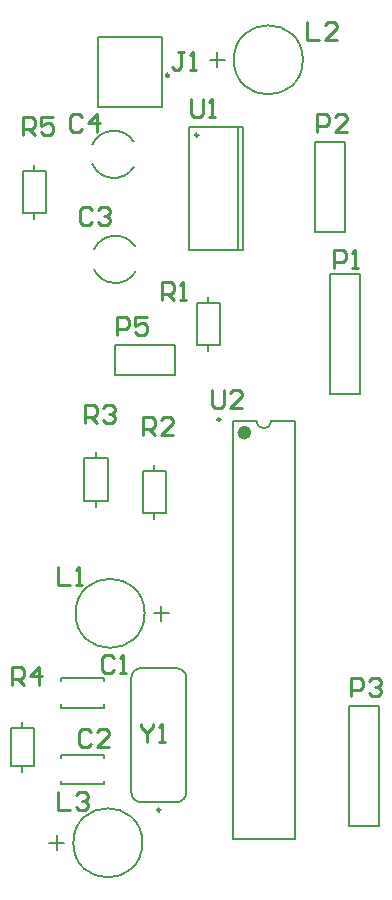
<source format=gbr>
G04*
G04 #@! TF.GenerationSoftware,Altium Limited,Altium Designer,22.4.2 (48)*
G04*
G04 Layer_Color=65535*
%FSLAX44Y44*%
%MOMM*%
G71*
G04*
G04 #@! TF.SameCoordinates,FA8E5277-3887-454B-883E-EC14CB0092E5*
G04*
G04*
G04 #@! TF.FilePolarity,Positive*
G04*
G01*
G75*
%ADD10C,0.2000*%
%ADD11C,0.2500*%
%ADD12C,0.6000*%
%ADD13C,0.2540*%
D10*
X803501Y1063563D02*
G03*
X838555Y1061130I18189J8317D01*
G01*
Y1082630D02*
G03*
X803501Y1080197I-16865J-10750D01*
G01*
X847740Y683260D02*
G03*
X847740Y683260I-29225J0D01*
G01*
X844790Y636870D02*
G03*
X836540Y628620I0J-8250D01*
G01*
X883040Y628620D02*
G03*
X874790Y636870I-8250J0D01*
G01*
X874790Y523370D02*
G03*
X883040Y531620I0J8250D01*
G01*
X836540D02*
G03*
X844790Y523370I8250J0D01*
G01*
X845835Y488950D02*
G03*
X845835Y488950I-29225J0D01*
G01*
X981725Y1151890D02*
G03*
X981725Y1151890I-29225J0D01*
G01*
X839825Y993730D02*
G03*
X804771Y991297I-16865J-10750D01*
G01*
Y974663D02*
G03*
X839825Y972230I18189J8317D01*
G01*
X942340Y846290D02*
G03*
X955040Y846290I6350J0D01*
G01*
X744220Y585910D02*
Y590960D01*
Y548640D02*
Y553690D01*
X734220Y553720D02*
X754220D01*
Y585910D01*
X734220D02*
X754220D01*
X734220Y553720D02*
Y585910D01*
X861695Y676910D02*
Y689610D01*
X855345Y683260D02*
X868045D01*
X874790Y523370D02*
X874790Y523370D01*
X844790Y523370D02*
X874790D01*
X844790Y636870D02*
X874790D01*
X836540Y531620D02*
Y628620D01*
X883040Y531620D02*
Y628620D01*
X773430Y482600D02*
Y495300D01*
X767080Y488950D02*
X779780D01*
X909320Y1145540D02*
Y1158240D01*
X902970Y1151890D02*
X915670D01*
X754380Y1017080D02*
Y1022130D01*
Y1058130D02*
Y1063180D01*
X744380Y1058130D02*
X764380D01*
X744380Y1022130D02*
Y1058130D01*
Y1022130D02*
X764380D01*
Y1058130D01*
X777220Y603450D02*
X813220D01*
X777220Y625700D02*
Y628450D01*
Y603450D02*
Y606200D01*
Y628450D02*
X813220D01*
Y625700D02*
Y628450D01*
Y603450D02*
Y606200D01*
X777220Y538680D02*
X813220D01*
X777220Y560930D02*
Y563680D01*
Y538680D02*
Y541430D01*
Y563680D02*
X813220D01*
Y560930D02*
Y563680D01*
Y538680D02*
Y541430D01*
X808560Y1111980D02*
X862760D01*
X808560D02*
Y1171480D01*
X862760D01*
Y1111980D02*
Y1171480D01*
X1004570Y868680D02*
X1029970D01*
Y970280D01*
X1004570Y868680D02*
Y970280D01*
X1029970D01*
X891700Y910370D02*
Y946370D01*
X911700D01*
Y910370D02*
Y946370D01*
X891700Y910370D02*
X911700D01*
X901700Y905320D02*
Y910370D01*
Y946370D02*
Y951420D01*
X855980Y763080D02*
Y768130D01*
Y804130D02*
Y809180D01*
X845980Y804130D02*
X865980D01*
X845980Y768130D02*
Y804130D01*
Y768130D02*
X865980D01*
Y804130D01*
X873760Y885190D02*
Y910590D01*
X822960Y885190D02*
X873760D01*
X822960D02*
Y910590D01*
X873760D01*
X806450Y773460D02*
Y778510D01*
Y814510D02*
Y819560D01*
X796450Y814510D02*
X816450D01*
X796450Y778510D02*
Y814510D01*
Y778510D02*
X816450D01*
Y814510D01*
X926470Y990670D02*
Y1094670D01*
X885470Y1094670D02*
X931470D01*
X885470Y990670D02*
Y1094670D01*
Y990670D02*
X931470D01*
Y1094670D01*
X991870Y1005840D02*
Y1082040D01*
Y1005840D02*
X1017270D01*
Y1082040D01*
X991870D02*
X1017270D01*
X922190Y492290D02*
X975190D01*
X955040Y846290D02*
X975190D01*
X922190D02*
X942340D01*
X975190Y492290D02*
Y846290D01*
X922190Y492290D02*
Y846290D01*
X1021080Y604520D02*
X1046480D01*
Y502920D02*
Y604520D01*
X1021080Y502920D02*
Y604520D01*
Y502920D02*
X1046480D01*
D11*
X861040Y516870D02*
G03*
X861040Y516870I-1250J0D01*
G01*
X868410Y1138730D02*
G03*
X868410Y1138730I-1250J0D01*
G01*
X893220Y1088170D02*
G03*
X893220Y1088170I-1250J0D01*
G01*
X911840Y847390D02*
G03*
X911840Y847390I-1250J0D01*
G01*
D12*
X935190Y836290D02*
G03*
X935190Y836290I-3000J0D01*
G01*
D13*
X735334Y622523D02*
Y637757D01*
X742952D01*
X745491Y635218D01*
Y630140D01*
X742952Y627601D01*
X735334D01*
X740413D02*
X745491Y622523D01*
X758187D02*
Y637757D01*
X750569Y630140D01*
X760726D01*
X795021Y1103628D02*
X792482Y1106168D01*
X787403D01*
X784864Y1103628D01*
Y1093472D01*
X787403Y1090932D01*
X792482D01*
X795021Y1093472D01*
X807717Y1090932D02*
Y1106168D01*
X800099Y1098550D01*
X810256D01*
X774703Y722627D02*
Y707393D01*
X784860D01*
X789938D02*
X795017D01*
X792478D01*
Y722627D01*
X789938Y720088D01*
X844553Y589277D02*
Y586738D01*
X849632Y581660D01*
X854710Y586738D01*
Y589277D01*
X849632Y581660D02*
Y574043D01*
X859788D02*
X864867D01*
X862328D01*
Y589277D01*
X859788Y586738D01*
X774704Y532127D02*
Y516893D01*
X784861D01*
X789939Y529588D02*
X792478Y532127D01*
X797557D01*
X800096Y529588D01*
Y527049D01*
X797557Y524510D01*
X795017D01*
X797557D01*
X800096Y521971D01*
Y519432D01*
X797557Y516893D01*
X792478D01*
X789939Y519432D01*
X985524Y1183637D02*
Y1168402D01*
X995681D01*
X1010916D02*
X1000759D01*
X1010916Y1178559D01*
Y1181098D01*
X1008377Y1183637D01*
X1003298D01*
X1000759Y1181098D01*
X744982Y1088390D02*
Y1103625D01*
X752599D01*
X755139Y1101086D01*
Y1096008D01*
X752599Y1093468D01*
X744982D01*
X750060D02*
X755139Y1088390D01*
X770374Y1103625D02*
X760217D01*
Y1096008D01*
X765295Y1098547D01*
X767835D01*
X770374Y1096008D01*
Y1090929D01*
X767835Y1088390D01*
X762756D01*
X760217Y1090929D01*
X821690Y645158D02*
X819151Y647698D01*
X814072D01*
X811533Y645158D01*
Y635002D01*
X814072Y632463D01*
X819151D01*
X821690Y635002D01*
X826768Y632463D02*
X831847D01*
X829308D01*
Y647698D01*
X826768Y645158D01*
X802641Y582928D02*
X800102Y585467D01*
X795023D01*
X792484Y582928D01*
Y572772D01*
X795023Y570233D01*
X800102D01*
X802641Y572772D01*
X817876Y570233D02*
X807719D01*
X817876Y580389D01*
Y582928D01*
X815337Y585467D01*
X810258D01*
X807719Y582928D01*
X797052Y844804D02*
Y860039D01*
X804669D01*
X807209Y857500D01*
Y852421D01*
X804669Y849882D01*
X797052D01*
X802130D02*
X807209Y844804D01*
X812287Y857500D02*
X814826Y860039D01*
X819905D01*
X822444Y857500D01*
Y854961D01*
X819905Y852421D01*
X817365D01*
X819905D01*
X822444Y849882D01*
Y847343D01*
X819905Y844804D01*
X814826D01*
X812287Y847343D01*
X846582Y834390D02*
Y849625D01*
X854200D01*
X856739Y847086D01*
Y842008D01*
X854200Y839468D01*
X846582D01*
X851660D02*
X856739Y834390D01*
X871974D02*
X861817D01*
X871974Y844547D01*
Y847086D01*
X869435Y849625D01*
X864356D01*
X861817Y847086D01*
X824484Y919226D02*
Y934461D01*
X832102D01*
X834641Y931922D01*
Y926843D01*
X832102Y924304D01*
X824484D01*
X849876Y934461D02*
X839719D01*
Y926843D01*
X844797Y929383D01*
X847337D01*
X849876Y926843D01*
Y921765D01*
X847337Y919226D01*
X842258D01*
X839719Y921765D01*
X886968Y1118611D02*
Y1105915D01*
X889507Y1103376D01*
X894585D01*
X897125Y1105915D01*
Y1118611D01*
X902203Y1103376D02*
X907281D01*
X904742D01*
Y1118611D01*
X902203Y1116072D01*
X904494Y872739D02*
Y860043D01*
X907033Y857504D01*
X912112D01*
X914651Y860043D01*
Y872739D01*
X929886Y857504D02*
X919729D01*
X929886Y867661D01*
Y870200D01*
X927347Y872739D01*
X922268D01*
X919729Y870200D01*
X802891Y1024378D02*
X800351Y1026917D01*
X795273D01*
X792734Y1024378D01*
Y1014221D01*
X795273Y1011682D01*
X800351D01*
X802891Y1014221D01*
X807969Y1024378D02*
X810508Y1026917D01*
X815587D01*
X818126Y1024378D01*
Y1021839D01*
X815587Y1019299D01*
X813047D01*
X815587D01*
X818126Y1016760D01*
Y1014221D01*
X815587Y1011682D01*
X810508D01*
X807969Y1014221D01*
X862333Y948692D02*
Y963928D01*
X869951D01*
X872490Y961388D01*
Y956310D01*
X869951Y953771D01*
X862333D01*
X867412D02*
X872490Y948692D01*
X877568D02*
X882647D01*
X880108D01*
Y963928D01*
X877568Y961388D01*
X1022604Y613156D02*
Y628391D01*
X1030221D01*
X1032761Y625852D01*
Y620774D01*
X1030221Y618234D01*
X1022604D01*
X1037839Y625852D02*
X1040378Y628391D01*
X1045457D01*
X1047996Y625852D01*
Y623313D01*
X1045457Y620774D01*
X1042917D01*
X1045457D01*
X1047996Y618234D01*
Y615695D01*
X1045457Y613156D01*
X1040378D01*
X1037839Y615695D01*
X993394Y1090676D02*
Y1105911D01*
X1001012D01*
X1003551Y1103372D01*
Y1098294D01*
X1001012Y1095754D01*
X993394D01*
X1018786Y1090676D02*
X1008629D01*
X1018786Y1100833D01*
Y1103372D01*
X1016247Y1105911D01*
X1011168D01*
X1008629Y1103372D01*
X1008383Y975362D02*
Y990598D01*
X1016001D01*
X1018540Y988058D01*
Y982980D01*
X1016001Y980441D01*
X1008383D01*
X1023618Y975362D02*
X1028697D01*
X1026158D01*
Y990598D01*
X1023618Y988058D01*
X881380Y1158238D02*
X876302D01*
X878841D01*
Y1145542D01*
X876302Y1143002D01*
X873763D01*
X871223Y1145542D01*
X886458Y1143002D02*
X891537D01*
X888998D01*
Y1158238D01*
X886458Y1155698D01*
M02*

</source>
